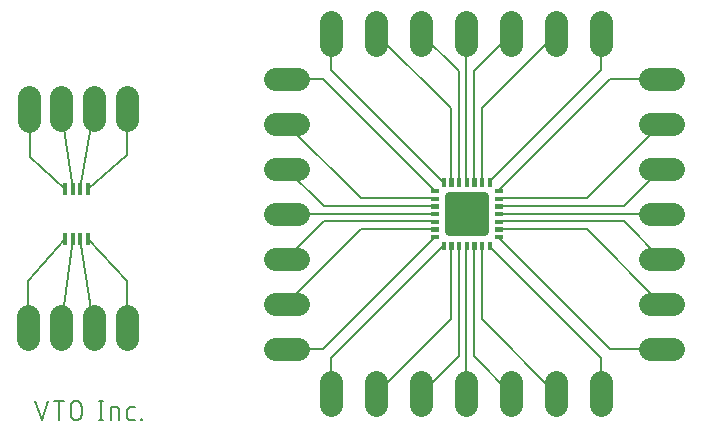
<source format=gbr>
G04 EAGLE Gerber X2 export*
%TF.Part,Single*%
%TF.FileFunction,Copper,L1,Top,Mixed*%
%TF.FilePolarity,Positive*%
%TF.GenerationSoftware,Autodesk,EAGLE,9.0.1*%
%TF.CreationDate,2018-06-07T21:36:32Z*%
G75*
%MOMM*%
%FSLAX34Y34*%
%LPD*%
%AMOC8*
5,1,8,0,0,1.08239X$1,22.5*%
G01*
%ADD10C,0.152400*%
%ADD11C,0.070000*%
%ADD12C,0.740000*%
%ADD13C,1.981200*%
%ADD14R,0.380000X1.050000*%


D10*
X54102Y44958D02*
X59521Y28702D01*
X64939Y44958D01*
X74110Y44958D02*
X74110Y28702D01*
X69594Y44958D02*
X78625Y44958D01*
X84183Y40442D02*
X84183Y33218D01*
X84183Y40442D02*
X84185Y40575D01*
X84191Y40707D01*
X84201Y40839D01*
X84214Y40971D01*
X84232Y41103D01*
X84253Y41233D01*
X84278Y41364D01*
X84307Y41493D01*
X84340Y41621D01*
X84376Y41749D01*
X84416Y41875D01*
X84460Y42000D01*
X84508Y42124D01*
X84559Y42246D01*
X84614Y42367D01*
X84672Y42486D01*
X84734Y42604D01*
X84799Y42719D01*
X84868Y42833D01*
X84939Y42944D01*
X85015Y43053D01*
X85093Y43160D01*
X85174Y43265D01*
X85259Y43367D01*
X85346Y43467D01*
X85436Y43564D01*
X85529Y43659D01*
X85625Y43750D01*
X85723Y43839D01*
X85824Y43925D01*
X85928Y44008D01*
X86034Y44088D01*
X86142Y44164D01*
X86252Y44238D01*
X86365Y44308D01*
X86479Y44375D01*
X86596Y44438D01*
X86714Y44498D01*
X86834Y44555D01*
X86956Y44608D01*
X87079Y44657D01*
X87203Y44703D01*
X87329Y44745D01*
X87456Y44783D01*
X87584Y44818D01*
X87713Y44849D01*
X87842Y44876D01*
X87973Y44899D01*
X88104Y44919D01*
X88236Y44934D01*
X88368Y44946D01*
X88500Y44954D01*
X88633Y44958D01*
X88765Y44958D01*
X88898Y44954D01*
X89030Y44946D01*
X89162Y44934D01*
X89294Y44919D01*
X89425Y44899D01*
X89556Y44876D01*
X89685Y44849D01*
X89814Y44818D01*
X89942Y44783D01*
X90069Y44745D01*
X90195Y44703D01*
X90319Y44657D01*
X90442Y44608D01*
X90564Y44555D01*
X90684Y44498D01*
X90802Y44438D01*
X90919Y44375D01*
X91033Y44308D01*
X91146Y44238D01*
X91256Y44164D01*
X91364Y44088D01*
X91470Y44008D01*
X91574Y43925D01*
X91675Y43839D01*
X91773Y43750D01*
X91869Y43659D01*
X91962Y43564D01*
X92052Y43467D01*
X92139Y43367D01*
X92224Y43265D01*
X92305Y43160D01*
X92383Y43053D01*
X92459Y42944D01*
X92530Y42833D01*
X92599Y42719D01*
X92664Y42604D01*
X92726Y42486D01*
X92784Y42367D01*
X92839Y42246D01*
X92890Y42124D01*
X92938Y42000D01*
X92982Y41875D01*
X93022Y41749D01*
X93058Y41621D01*
X93091Y41493D01*
X93120Y41364D01*
X93145Y41233D01*
X93166Y41103D01*
X93184Y40971D01*
X93197Y40839D01*
X93207Y40707D01*
X93213Y40575D01*
X93215Y40442D01*
X93215Y33218D01*
X93213Y33085D01*
X93207Y32953D01*
X93197Y32821D01*
X93184Y32689D01*
X93166Y32557D01*
X93145Y32427D01*
X93120Y32296D01*
X93091Y32167D01*
X93058Y32039D01*
X93022Y31911D01*
X92982Y31785D01*
X92938Y31660D01*
X92890Y31536D01*
X92839Y31414D01*
X92784Y31293D01*
X92726Y31174D01*
X92664Y31056D01*
X92599Y30941D01*
X92530Y30827D01*
X92459Y30716D01*
X92383Y30607D01*
X92305Y30500D01*
X92224Y30395D01*
X92139Y30293D01*
X92052Y30193D01*
X91962Y30096D01*
X91869Y30001D01*
X91773Y29910D01*
X91675Y29821D01*
X91574Y29735D01*
X91470Y29652D01*
X91364Y29572D01*
X91256Y29496D01*
X91146Y29422D01*
X91033Y29352D01*
X90919Y29285D01*
X90802Y29222D01*
X90684Y29162D01*
X90564Y29105D01*
X90442Y29052D01*
X90319Y29003D01*
X90195Y28957D01*
X90069Y28915D01*
X89942Y28877D01*
X89814Y28842D01*
X89685Y28811D01*
X89556Y28784D01*
X89425Y28761D01*
X89294Y28741D01*
X89162Y28726D01*
X89030Y28714D01*
X88898Y28706D01*
X88765Y28702D01*
X88633Y28702D01*
X88500Y28706D01*
X88368Y28714D01*
X88236Y28726D01*
X88104Y28741D01*
X87973Y28761D01*
X87842Y28784D01*
X87713Y28811D01*
X87584Y28842D01*
X87456Y28877D01*
X87329Y28915D01*
X87203Y28957D01*
X87079Y29003D01*
X86956Y29052D01*
X86834Y29105D01*
X86714Y29162D01*
X86596Y29222D01*
X86479Y29285D01*
X86365Y29352D01*
X86252Y29422D01*
X86142Y29496D01*
X86034Y29572D01*
X85928Y29652D01*
X85824Y29735D01*
X85723Y29821D01*
X85625Y29910D01*
X85529Y30001D01*
X85436Y30096D01*
X85346Y30193D01*
X85259Y30293D01*
X85174Y30395D01*
X85093Y30500D01*
X85015Y30607D01*
X84939Y30716D01*
X84868Y30827D01*
X84799Y30941D01*
X84734Y31056D01*
X84672Y31174D01*
X84614Y31293D01*
X84559Y31414D01*
X84508Y31536D01*
X84460Y31660D01*
X84416Y31785D01*
X84376Y31911D01*
X84340Y32039D01*
X84307Y32167D01*
X84278Y32296D01*
X84253Y32427D01*
X84232Y32557D01*
X84214Y32689D01*
X84201Y32821D01*
X84191Y32953D01*
X84185Y33085D01*
X84183Y33218D01*
X109541Y28702D02*
X109541Y44958D01*
X107734Y28702D02*
X111347Y28702D01*
X111347Y44958D02*
X107734Y44958D01*
X117912Y39539D02*
X117912Y28702D01*
X117912Y39539D02*
X122428Y39539D01*
X122532Y39537D01*
X122635Y39531D01*
X122739Y39521D01*
X122842Y39507D01*
X122944Y39489D01*
X123045Y39468D01*
X123146Y39442D01*
X123245Y39413D01*
X123344Y39380D01*
X123441Y39343D01*
X123536Y39302D01*
X123630Y39258D01*
X123722Y39210D01*
X123812Y39159D01*
X123901Y39104D01*
X123987Y39046D01*
X124070Y38984D01*
X124152Y38920D01*
X124230Y38852D01*
X124306Y38782D01*
X124380Y38709D01*
X124450Y38632D01*
X124518Y38554D01*
X124582Y38472D01*
X124644Y38389D01*
X124702Y38303D01*
X124757Y38214D01*
X124808Y38124D01*
X124856Y38032D01*
X124900Y37938D01*
X124941Y37843D01*
X124978Y37746D01*
X125011Y37647D01*
X125040Y37548D01*
X125066Y37447D01*
X125087Y37346D01*
X125105Y37244D01*
X125119Y37141D01*
X125129Y37037D01*
X125135Y36934D01*
X125137Y36830D01*
X125137Y28702D01*
X134707Y28702D02*
X138319Y28702D01*
X134707Y28702D02*
X134606Y28704D01*
X134505Y28710D01*
X134404Y28719D01*
X134303Y28732D01*
X134203Y28749D01*
X134104Y28770D01*
X134006Y28794D01*
X133909Y28822D01*
X133812Y28854D01*
X133717Y28889D01*
X133624Y28928D01*
X133532Y28970D01*
X133441Y29016D01*
X133353Y29065D01*
X133266Y29117D01*
X133181Y29173D01*
X133098Y29231D01*
X133018Y29293D01*
X132940Y29358D01*
X132864Y29425D01*
X132791Y29495D01*
X132721Y29568D01*
X132654Y29644D01*
X132589Y29722D01*
X132527Y29802D01*
X132469Y29885D01*
X132413Y29970D01*
X132361Y30056D01*
X132312Y30145D01*
X132266Y30236D01*
X132224Y30328D01*
X132185Y30421D01*
X132150Y30516D01*
X132118Y30613D01*
X132090Y30710D01*
X132066Y30808D01*
X132045Y30907D01*
X132028Y31007D01*
X132015Y31108D01*
X132006Y31209D01*
X132000Y31310D01*
X131998Y31411D01*
X131998Y36830D01*
X132000Y36931D01*
X132006Y37032D01*
X132015Y37133D01*
X132028Y37234D01*
X132045Y37334D01*
X132066Y37433D01*
X132090Y37531D01*
X132118Y37628D01*
X132150Y37725D01*
X132185Y37820D01*
X132224Y37913D01*
X132266Y38005D01*
X132312Y38096D01*
X132361Y38185D01*
X132413Y38271D01*
X132469Y38356D01*
X132527Y38439D01*
X132589Y38519D01*
X132654Y38597D01*
X132721Y38673D01*
X132791Y38746D01*
X132864Y38816D01*
X132940Y38883D01*
X133018Y38948D01*
X133098Y39010D01*
X133181Y39068D01*
X133266Y39124D01*
X133353Y39176D01*
X133441Y39225D01*
X133532Y39271D01*
X133624Y39313D01*
X133717Y39352D01*
X133812Y39387D01*
X133909Y39419D01*
X134006Y39447D01*
X134104Y39471D01*
X134203Y39492D01*
X134303Y39509D01*
X134404Y39522D01*
X134505Y39531D01*
X134606Y39537D01*
X134707Y39539D01*
X138319Y39539D01*
X143478Y29605D02*
X143478Y28702D01*
X143478Y29605D02*
X144381Y29605D01*
X144381Y28702D01*
X143478Y28702D01*
D11*
X388950Y221300D02*
X395250Y221300D01*
X388950Y221300D02*
X388950Y224100D01*
X395250Y224100D01*
X395250Y221300D01*
X395250Y221999D02*
X388950Y221999D01*
X388950Y222698D02*
X395250Y222698D01*
X395250Y223397D02*
X388950Y223397D01*
X388950Y224096D02*
X395250Y224096D01*
X395250Y214800D02*
X388950Y214800D01*
X388950Y217600D01*
X395250Y217600D01*
X395250Y214800D01*
X395250Y215499D02*
X388950Y215499D01*
X388950Y216198D02*
X395250Y216198D01*
X395250Y216897D02*
X388950Y216897D01*
X388950Y217596D02*
X395250Y217596D01*
X395250Y208300D02*
X388950Y208300D01*
X388950Y211100D01*
X395250Y211100D01*
X395250Y208300D01*
X395250Y208999D02*
X388950Y208999D01*
X388950Y209698D02*
X395250Y209698D01*
X395250Y210397D02*
X388950Y210397D01*
X388950Y211096D02*
X395250Y211096D01*
X395250Y201800D02*
X388950Y201800D01*
X388950Y204600D01*
X395250Y204600D01*
X395250Y201800D01*
X395250Y202499D02*
X388950Y202499D01*
X388950Y203198D02*
X395250Y203198D01*
X395250Y203897D02*
X388950Y203897D01*
X388950Y204596D02*
X395250Y204596D01*
X395250Y195300D02*
X388950Y195300D01*
X388950Y198100D01*
X395250Y198100D01*
X395250Y195300D01*
X395250Y195999D02*
X388950Y195999D01*
X388950Y196698D02*
X395250Y196698D01*
X395250Y197397D02*
X388950Y197397D01*
X388950Y198096D02*
X395250Y198096D01*
X395250Y188800D02*
X388950Y188800D01*
X388950Y191600D01*
X395250Y191600D01*
X395250Y188800D01*
X395250Y189499D02*
X388950Y189499D01*
X388950Y190198D02*
X395250Y190198D01*
X395250Y190897D02*
X388950Y190897D01*
X388950Y191596D02*
X395250Y191596D01*
X395250Y182300D02*
X388950Y182300D01*
X388950Y185100D01*
X395250Y185100D01*
X395250Y182300D01*
X395250Y182999D02*
X388950Y182999D01*
X388950Y183698D02*
X395250Y183698D01*
X395250Y184397D02*
X388950Y184397D01*
X388950Y185096D02*
X395250Y185096D01*
X398200Y173050D02*
X401000Y173050D01*
X398200Y173050D02*
X398200Y179350D01*
X401000Y179350D01*
X401000Y173050D01*
X401000Y173749D02*
X398200Y173749D01*
X398200Y174448D02*
X401000Y174448D01*
X401000Y175147D02*
X398200Y175147D01*
X398200Y175846D02*
X401000Y175846D01*
X401000Y176545D02*
X398200Y176545D01*
X398200Y177244D02*
X401000Y177244D01*
X401000Y177943D02*
X398200Y177943D01*
X398200Y178642D02*
X401000Y178642D01*
X401000Y179341D02*
X398200Y179341D01*
X404700Y173050D02*
X407500Y173050D01*
X404700Y173050D02*
X404700Y179350D01*
X407500Y179350D01*
X407500Y173050D01*
X407500Y173749D02*
X404700Y173749D01*
X404700Y174448D02*
X407500Y174448D01*
X407500Y175147D02*
X404700Y175147D01*
X404700Y175846D02*
X407500Y175846D01*
X407500Y176545D02*
X404700Y176545D01*
X404700Y177244D02*
X407500Y177244D01*
X407500Y177943D02*
X404700Y177943D01*
X404700Y178642D02*
X407500Y178642D01*
X407500Y179341D02*
X404700Y179341D01*
X411200Y173050D02*
X414000Y173050D01*
X411200Y173050D02*
X411200Y179350D01*
X414000Y179350D01*
X414000Y173050D01*
X414000Y173749D02*
X411200Y173749D01*
X411200Y174448D02*
X414000Y174448D01*
X414000Y175147D02*
X411200Y175147D01*
X411200Y175846D02*
X414000Y175846D01*
X414000Y176545D02*
X411200Y176545D01*
X411200Y177244D02*
X414000Y177244D01*
X414000Y177943D02*
X411200Y177943D01*
X411200Y178642D02*
X414000Y178642D01*
X414000Y179341D02*
X411200Y179341D01*
X417700Y173050D02*
X420500Y173050D01*
X417700Y173050D02*
X417700Y179350D01*
X420500Y179350D01*
X420500Y173050D01*
X420500Y173749D02*
X417700Y173749D01*
X417700Y174448D02*
X420500Y174448D01*
X420500Y175147D02*
X417700Y175147D01*
X417700Y175846D02*
X420500Y175846D01*
X420500Y176545D02*
X417700Y176545D01*
X417700Y177244D02*
X420500Y177244D01*
X420500Y177943D02*
X417700Y177943D01*
X417700Y178642D02*
X420500Y178642D01*
X420500Y179341D02*
X417700Y179341D01*
X424200Y173050D02*
X427000Y173050D01*
X424200Y173050D02*
X424200Y179350D01*
X427000Y179350D01*
X427000Y173050D01*
X427000Y173749D02*
X424200Y173749D01*
X424200Y174448D02*
X427000Y174448D01*
X427000Y175147D02*
X424200Y175147D01*
X424200Y175846D02*
X427000Y175846D01*
X427000Y176545D02*
X424200Y176545D01*
X424200Y177244D02*
X427000Y177244D01*
X427000Y177943D02*
X424200Y177943D01*
X424200Y178642D02*
X427000Y178642D01*
X427000Y179341D02*
X424200Y179341D01*
X430700Y173050D02*
X433500Y173050D01*
X430700Y173050D02*
X430700Y179350D01*
X433500Y179350D01*
X433500Y173050D01*
X433500Y173749D02*
X430700Y173749D01*
X430700Y174448D02*
X433500Y174448D01*
X433500Y175147D02*
X430700Y175147D01*
X430700Y175846D02*
X433500Y175846D01*
X433500Y176545D02*
X430700Y176545D01*
X430700Y177244D02*
X433500Y177244D01*
X433500Y177943D02*
X430700Y177943D01*
X430700Y178642D02*
X433500Y178642D01*
X433500Y179341D02*
X430700Y179341D01*
X437200Y173050D02*
X440000Y173050D01*
X437200Y173050D02*
X437200Y179350D01*
X440000Y179350D01*
X440000Y173050D01*
X440000Y173749D02*
X437200Y173749D01*
X437200Y174448D02*
X440000Y174448D01*
X440000Y175147D02*
X437200Y175147D01*
X437200Y175846D02*
X440000Y175846D01*
X440000Y176545D02*
X437200Y176545D01*
X437200Y177244D02*
X440000Y177244D01*
X440000Y177943D02*
X437200Y177943D01*
X437200Y178642D02*
X440000Y178642D01*
X440000Y179341D02*
X437200Y179341D01*
X442950Y182300D02*
X449250Y182300D01*
X442950Y182300D02*
X442950Y185100D01*
X449250Y185100D01*
X449250Y182300D01*
X449250Y182999D02*
X442950Y182999D01*
X442950Y183698D02*
X449250Y183698D01*
X449250Y184397D02*
X442950Y184397D01*
X442950Y185096D02*
X449250Y185096D01*
X449250Y188800D02*
X442950Y188800D01*
X442950Y191600D01*
X449250Y191600D01*
X449250Y188800D01*
X449250Y189499D02*
X442950Y189499D01*
X442950Y190198D02*
X449250Y190198D01*
X449250Y190897D02*
X442950Y190897D01*
X442950Y191596D02*
X449250Y191596D01*
X449250Y195300D02*
X442950Y195300D01*
X442950Y198100D01*
X449250Y198100D01*
X449250Y195300D01*
X449250Y195999D02*
X442950Y195999D01*
X442950Y196698D02*
X449250Y196698D01*
X449250Y197397D02*
X442950Y197397D01*
X442950Y198096D02*
X449250Y198096D01*
X449250Y201800D02*
X442950Y201800D01*
X442950Y204600D01*
X449250Y204600D01*
X449250Y201800D01*
X449250Y202499D02*
X442950Y202499D01*
X442950Y203198D02*
X449250Y203198D01*
X449250Y203897D02*
X442950Y203897D01*
X442950Y204596D02*
X449250Y204596D01*
X449250Y208300D02*
X442950Y208300D01*
X442950Y211100D01*
X449250Y211100D01*
X449250Y208300D01*
X449250Y208999D02*
X442950Y208999D01*
X442950Y209698D02*
X449250Y209698D01*
X449250Y210397D02*
X442950Y210397D01*
X442950Y211096D02*
X449250Y211096D01*
X449250Y214800D02*
X442950Y214800D01*
X442950Y217600D01*
X449250Y217600D01*
X449250Y214800D01*
X449250Y215499D02*
X442950Y215499D01*
X442950Y216198D02*
X449250Y216198D01*
X449250Y216897D02*
X442950Y216897D01*
X442950Y217596D02*
X449250Y217596D01*
X449250Y221300D02*
X442950Y221300D01*
X442950Y224100D01*
X449250Y224100D01*
X449250Y221300D01*
X449250Y221999D02*
X442950Y221999D01*
X442950Y222698D02*
X449250Y222698D01*
X449250Y223397D02*
X442950Y223397D01*
X442950Y224096D02*
X449250Y224096D01*
X440000Y227050D02*
X437200Y227050D01*
X437200Y233350D01*
X440000Y233350D01*
X440000Y227050D01*
X440000Y227749D02*
X437200Y227749D01*
X437200Y228448D02*
X440000Y228448D01*
X440000Y229147D02*
X437200Y229147D01*
X437200Y229846D02*
X440000Y229846D01*
X440000Y230545D02*
X437200Y230545D01*
X437200Y231244D02*
X440000Y231244D01*
X440000Y231943D02*
X437200Y231943D01*
X437200Y232642D02*
X440000Y232642D01*
X440000Y233341D02*
X437200Y233341D01*
X433500Y227050D02*
X430700Y227050D01*
X430700Y233350D01*
X433500Y233350D01*
X433500Y227050D01*
X433500Y227749D02*
X430700Y227749D01*
X430700Y228448D02*
X433500Y228448D01*
X433500Y229147D02*
X430700Y229147D01*
X430700Y229846D02*
X433500Y229846D01*
X433500Y230545D02*
X430700Y230545D01*
X430700Y231244D02*
X433500Y231244D01*
X433500Y231943D02*
X430700Y231943D01*
X430700Y232642D02*
X433500Y232642D01*
X433500Y233341D02*
X430700Y233341D01*
X427000Y227050D02*
X424200Y227050D01*
X424200Y233350D01*
X427000Y233350D01*
X427000Y227050D01*
X427000Y227749D02*
X424200Y227749D01*
X424200Y228448D02*
X427000Y228448D01*
X427000Y229147D02*
X424200Y229147D01*
X424200Y229846D02*
X427000Y229846D01*
X427000Y230545D02*
X424200Y230545D01*
X424200Y231244D02*
X427000Y231244D01*
X427000Y231943D02*
X424200Y231943D01*
X424200Y232642D02*
X427000Y232642D01*
X427000Y233341D02*
X424200Y233341D01*
X420500Y227050D02*
X417700Y227050D01*
X417700Y233350D01*
X420500Y233350D01*
X420500Y227050D01*
X420500Y227749D02*
X417700Y227749D01*
X417700Y228448D02*
X420500Y228448D01*
X420500Y229147D02*
X417700Y229147D01*
X417700Y229846D02*
X420500Y229846D01*
X420500Y230545D02*
X417700Y230545D01*
X417700Y231244D02*
X420500Y231244D01*
X420500Y231943D02*
X417700Y231943D01*
X417700Y232642D02*
X420500Y232642D01*
X420500Y233341D02*
X417700Y233341D01*
X414000Y227050D02*
X411200Y227050D01*
X411200Y233350D01*
X414000Y233350D01*
X414000Y227050D01*
X414000Y227749D02*
X411200Y227749D01*
X411200Y228448D02*
X414000Y228448D01*
X414000Y229147D02*
X411200Y229147D01*
X411200Y229846D02*
X414000Y229846D01*
X414000Y230545D02*
X411200Y230545D01*
X411200Y231244D02*
X414000Y231244D01*
X414000Y231943D02*
X411200Y231943D01*
X411200Y232642D02*
X414000Y232642D01*
X414000Y233341D02*
X411200Y233341D01*
X407500Y227050D02*
X404700Y227050D01*
X404700Y233350D01*
X407500Y233350D01*
X407500Y227050D01*
X407500Y227749D02*
X404700Y227749D01*
X404700Y228448D02*
X407500Y228448D01*
X407500Y229147D02*
X404700Y229147D01*
X404700Y229846D02*
X407500Y229846D01*
X407500Y230545D02*
X404700Y230545D01*
X404700Y231244D02*
X407500Y231244D01*
X407500Y231943D02*
X404700Y231943D01*
X404700Y232642D02*
X407500Y232642D01*
X407500Y233341D02*
X404700Y233341D01*
X401000Y227050D02*
X398200Y227050D01*
X398200Y233350D01*
X401000Y233350D01*
X401000Y227050D01*
X401000Y227749D02*
X398200Y227749D01*
X398200Y228448D02*
X401000Y228448D01*
X401000Y229147D02*
X398200Y229147D01*
X398200Y229846D02*
X401000Y229846D01*
X401000Y230545D02*
X398200Y230545D01*
X398200Y231244D02*
X401000Y231244D01*
X401000Y231943D02*
X398200Y231943D01*
X398200Y232642D02*
X401000Y232642D01*
X401000Y233341D02*
X398200Y233341D01*
D12*
X404300Y188400D02*
X433900Y188400D01*
X404300Y188400D02*
X404300Y218000D01*
X433900Y218000D01*
X433900Y188400D01*
X433900Y195799D02*
X404300Y195799D01*
X404300Y203198D02*
X433900Y203198D01*
X433900Y210597D02*
X404300Y210597D01*
X404300Y217996D02*
X433900Y217996D01*
D13*
X48260Y116586D02*
X48260Y96774D01*
X76200Y96774D02*
X76200Y116586D01*
X104140Y116586D02*
X104140Y96774D01*
X132080Y96774D02*
X132080Y116586D01*
X132080Y282194D02*
X132080Y302006D01*
X104140Y302006D02*
X104140Y282194D01*
X76200Y282194D02*
X76200Y302006D01*
X48560Y301830D02*
X48560Y282018D01*
X256794Y203200D02*
X276606Y203200D01*
X276606Y241300D02*
X256794Y241300D01*
X256794Y279400D02*
X276606Y279400D01*
X276606Y317500D02*
X256794Y317500D01*
X304800Y345694D02*
X304800Y365506D01*
X342900Y365506D02*
X342900Y345694D01*
X381000Y345694D02*
X381000Y365506D01*
X419100Y365506D02*
X419100Y345694D01*
X457200Y345694D02*
X457200Y365506D01*
X495300Y365506D02*
X495300Y345694D01*
X533400Y345694D02*
X533400Y365506D01*
X574294Y317500D02*
X594106Y317500D01*
X594106Y279400D02*
X574294Y279400D01*
X574294Y241300D02*
X594106Y241300D01*
X594106Y203200D02*
X574294Y203200D01*
X574294Y165100D02*
X594106Y165100D01*
X594106Y127000D02*
X574294Y127000D01*
X574294Y88900D02*
X594106Y88900D01*
X533400Y60706D02*
X533400Y40894D01*
X495300Y40894D02*
X495300Y60706D01*
X457200Y60706D02*
X457200Y40894D01*
X419100Y40894D02*
X419100Y60706D01*
X381000Y60706D02*
X381000Y40894D01*
X342900Y40894D02*
X342900Y60706D01*
X304800Y60706D02*
X304800Y40894D01*
X276606Y88900D02*
X256794Y88900D01*
X256794Y127000D02*
X276606Y127000D01*
X276606Y165100D02*
X256794Y165100D01*
D14*
X79150Y224450D03*
X85650Y224450D03*
X92150Y224450D03*
X98650Y224450D03*
X98650Y181950D03*
X92150Y181950D03*
X85650Y181950D03*
X79150Y181950D03*
D10*
X48260Y145980D02*
X48260Y106680D01*
X48260Y145980D02*
X79150Y181950D01*
X85650Y181950D02*
X76200Y106680D01*
X92150Y224450D02*
X104140Y292100D01*
X76200Y292100D02*
X85650Y224450D01*
X132080Y145980D02*
X132080Y106680D01*
X132080Y145980D02*
X98650Y181950D01*
X98650Y224450D02*
X132080Y252800D01*
X132080Y292100D01*
X92150Y181950D02*
X104140Y106680D01*
X79150Y224450D02*
X49460Y251460D01*
X48560Y291924D01*
X419100Y176200D02*
X419100Y50800D01*
X412600Y82400D02*
X412600Y176200D01*
X412600Y82400D02*
X381000Y50800D01*
X406100Y114000D02*
X406100Y176200D01*
X406100Y114000D02*
X342900Y50800D01*
X304800Y81400D02*
X399600Y176200D01*
X304800Y81400D02*
X304800Y50800D01*
X297300Y88900D02*
X392100Y183700D01*
X297300Y88900D02*
X266700Y88900D01*
X329900Y190200D02*
X392100Y190200D01*
X329900Y190200D02*
X266700Y127000D01*
X298300Y196700D02*
X392100Y196700D01*
X298300Y196700D02*
X266700Y165100D01*
X266700Y203200D02*
X392100Y203200D01*
X392100Y209700D02*
X298300Y209700D01*
X266700Y241300D01*
X329900Y216200D02*
X392100Y216200D01*
X329900Y216200D02*
X266700Y279400D01*
X297300Y317500D02*
X392100Y222700D01*
X297300Y317500D02*
X266700Y317500D01*
X304800Y325000D02*
X399600Y230200D01*
X304800Y325000D02*
X304800Y355600D01*
X406100Y292400D02*
X406100Y230200D01*
X406100Y292400D02*
X342900Y355600D01*
X412600Y324000D02*
X412600Y230200D01*
X412600Y324000D02*
X381000Y355600D01*
X419100Y355600D02*
X419100Y230200D01*
X425600Y230200D02*
X425600Y324000D01*
X457200Y355600D01*
X432100Y292400D02*
X432100Y230200D01*
X432100Y292400D02*
X495300Y355600D01*
X533400Y325000D02*
X438600Y230200D01*
X533400Y325000D02*
X533400Y355600D01*
X540900Y317500D02*
X446100Y222700D01*
X540900Y317500D02*
X584200Y317500D01*
X521000Y216200D02*
X446100Y216200D01*
X521000Y216200D02*
X584200Y279400D01*
X552600Y209700D02*
X446100Y209700D01*
X552600Y209700D02*
X584200Y241300D01*
X584200Y203200D02*
X446100Y203200D01*
X446100Y196700D02*
X552600Y196700D01*
X584200Y165100D01*
X521000Y190200D02*
X446100Y190200D01*
X521000Y190200D02*
X584200Y127000D01*
X540900Y88900D02*
X446100Y183700D01*
X540900Y88900D02*
X584200Y88900D01*
X533400Y81400D02*
X438600Y176200D01*
X533400Y81400D02*
X533400Y50800D01*
X432100Y114000D02*
X432100Y176200D01*
X432100Y114000D02*
X495300Y50800D01*
X425600Y82400D02*
X425600Y176200D01*
X425600Y82400D02*
X457200Y50800D01*
M02*

</source>
